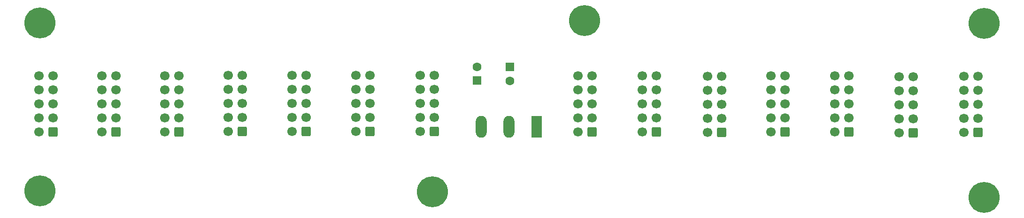
<source format=gbr>
%TF.GenerationSoftware,KiCad,Pcbnew,6.0.11+dfsg-1~bpo11+1*%
%TF.CreationDate,2023-04-21T11:36:43+08:00*%
%TF.ProjectId,EuroPowerBoard,4575726f-506f-4776-9572-426f6172642e,rev?*%
%TF.SameCoordinates,Original*%
%TF.FileFunction,Soldermask,Bot*%
%TF.FilePolarity,Negative*%
%FSLAX46Y46*%
G04 Gerber Fmt 4.6, Leading zero omitted, Abs format (unit mm)*
G04 Created by KiCad (PCBNEW 6.0.11+dfsg-1~bpo11+1) date 2023-04-21 11:36:43*
%MOMM*%
%LPD*%
G01*
G04 APERTURE LIST*
G04 Aperture macros list*
%AMRoundRect*
0 Rectangle with rounded corners*
0 $1 Rounding radius*
0 $2 $3 $4 $5 $6 $7 $8 $9 X,Y pos of 4 corners*
0 Add a 4 corners polygon primitive as box body*
4,1,4,$2,$3,$4,$5,$6,$7,$8,$9,$2,$3,0*
0 Add four circle primitives for the rounded corners*
1,1,$1+$1,$2,$3*
1,1,$1+$1,$4,$5*
1,1,$1+$1,$6,$7*
1,1,$1+$1,$8,$9*
0 Add four rect primitives between the rounded corners*
20,1,$1+$1,$2,$3,$4,$5,0*
20,1,$1+$1,$4,$5,$6,$7,0*
20,1,$1+$1,$6,$7,$8,$9,0*
20,1,$1+$1,$8,$9,$2,$3,0*%
G04 Aperture macros list end*
%ADD10C,3.600000*%
%ADD11C,5.600000*%
%ADD12C,1.700000*%
%ADD13RoundRect,0.250000X0.600000X0.600000X-0.600000X0.600000X-0.600000X-0.600000X0.600000X-0.600000X0*%
%ADD14O,1.980000X3.960000*%
%ADD15R,1.980000X3.960000*%
%ADD16R,1.600000X1.600000*%
%ADD17C,1.600000*%
G04 APERTURE END LIST*
D10*
%TO.C,H5*%
X112500000Y-81000000D03*
D11*
X112500000Y-81000000D03*
%TD*%
D12*
%TO.C,J7*%
X162112500Y-60120000D03*
X164652500Y-60120000D03*
X162112500Y-62660000D03*
X164652500Y-62660000D03*
X162112500Y-65200000D03*
X164652500Y-65200000D03*
X162112500Y-67740000D03*
X164652500Y-67740000D03*
X162112500Y-70280000D03*
D13*
X164652500Y-70280000D03*
%TD*%
D12*
%TO.C,J6*%
X173612500Y-60020000D03*
X176152500Y-60020000D03*
X173612500Y-62560000D03*
X176152500Y-62560000D03*
X173612500Y-65100000D03*
X176152500Y-65100000D03*
X173612500Y-67640000D03*
X176152500Y-67640000D03*
X173612500Y-70180000D03*
D13*
X176152500Y-70180000D03*
%TD*%
%TO.C,J4*%
X141352500Y-70180000D03*
D12*
X138812500Y-70180000D03*
X141352500Y-67640000D03*
X138812500Y-67640000D03*
X141352500Y-65100000D03*
X138812500Y-65100000D03*
X141352500Y-62560000D03*
X138812500Y-62560000D03*
X141352500Y-60020000D03*
X138812500Y-60020000D03*
%TD*%
%TO.C,J1*%
X110312500Y-59920000D03*
X112852500Y-59920000D03*
X110312500Y-62460000D03*
X112852500Y-62460000D03*
X110312500Y-65000000D03*
X112852500Y-65000000D03*
X110312500Y-67540000D03*
X112852500Y-67540000D03*
X110312500Y-70080000D03*
D13*
X112852500Y-70080000D03*
%TD*%
%TO.C,J9*%
X199205000Y-70360000D03*
D12*
X196665000Y-70360000D03*
X199205000Y-67820000D03*
X196665000Y-67820000D03*
X199205000Y-65280000D03*
X196665000Y-65280000D03*
X199205000Y-62740000D03*
X196665000Y-62740000D03*
X199205000Y-60200000D03*
X196665000Y-60200000D03*
%TD*%
%TO.C,J8*%
X52912500Y-60020000D03*
X55452500Y-60020000D03*
X52912500Y-62560000D03*
X55452500Y-62560000D03*
X52912500Y-65100000D03*
X55452500Y-65100000D03*
X52912500Y-67640000D03*
X55452500Y-67640000D03*
X52912500Y-70180000D03*
D13*
X55452500Y-70180000D03*
%TD*%
D12*
%TO.C,J5*%
X98712500Y-59920000D03*
X101252500Y-59920000D03*
X98712500Y-62460000D03*
X101252500Y-62460000D03*
X98712500Y-65000000D03*
X101252500Y-65000000D03*
X98712500Y-67540000D03*
X101252500Y-67540000D03*
X98712500Y-70080000D03*
D13*
X101252500Y-70080000D03*
%TD*%
D14*
%TO.C,J3*%
X121300000Y-69190000D03*
X126300000Y-69190000D03*
D15*
X131300000Y-69190000D03*
%TD*%
D13*
%TO.C,J2*%
X187652500Y-70180000D03*
D12*
X185112500Y-70180000D03*
X187652500Y-67640000D03*
X185112500Y-67640000D03*
X187652500Y-65100000D03*
X185112500Y-65100000D03*
X187652500Y-62560000D03*
X185112500Y-62560000D03*
X187652500Y-60020000D03*
X185112500Y-60020000D03*
%TD*%
D11*
%TO.C,H6*%
X140000000Y-50000000D03*
D10*
X140000000Y-50000000D03*
%TD*%
%TO.C,H4*%
X212000000Y-50500000D03*
D11*
X212000000Y-50500000D03*
%TD*%
D10*
%TO.C,H3*%
X212000000Y-82000000D03*
D11*
X212000000Y-82000000D03*
%TD*%
D10*
%TO.C,H2*%
X41750000Y-80800000D03*
D11*
X41750000Y-80800000D03*
%TD*%
D10*
%TO.C,H1*%
X41750000Y-50450000D03*
D11*
X41750000Y-50450000D03*
%TD*%
D12*
%TO.C,J15*%
X87212500Y-59920000D03*
X89752500Y-59920000D03*
X87212500Y-62460000D03*
X89752500Y-62460000D03*
X87212500Y-65000000D03*
X89752500Y-65000000D03*
X87212500Y-67540000D03*
X89752500Y-67540000D03*
X87212500Y-70080000D03*
D13*
X89752500Y-70080000D03*
%TD*%
D12*
%TO.C,J14*%
X41612500Y-60020000D03*
X44152500Y-60020000D03*
X41612500Y-62560000D03*
X44152500Y-62560000D03*
X41612500Y-65100000D03*
X44152500Y-65100000D03*
X41612500Y-67640000D03*
X44152500Y-67640000D03*
X41612500Y-70180000D03*
D13*
X44152500Y-70180000D03*
%TD*%
D12*
%TO.C,J13*%
X75712500Y-59920000D03*
X78252500Y-59920000D03*
X75712500Y-62460000D03*
X78252500Y-62460000D03*
X75712500Y-65000000D03*
X78252500Y-65000000D03*
X75712500Y-67540000D03*
X78252500Y-67540000D03*
X75712500Y-70080000D03*
D13*
X78252500Y-70080000D03*
%TD*%
%TO.C,J12*%
X152952500Y-70180000D03*
D12*
X150412500Y-70180000D03*
X152952500Y-67640000D03*
X150412500Y-67640000D03*
X152952500Y-65100000D03*
X150412500Y-65100000D03*
X152952500Y-62560000D03*
X150412500Y-62560000D03*
X152952500Y-60020000D03*
X150412500Y-60020000D03*
%TD*%
%TO.C,J11*%
X64312500Y-60020000D03*
X66852500Y-60020000D03*
X64312500Y-62560000D03*
X66852500Y-62560000D03*
X64312500Y-65100000D03*
X66852500Y-65100000D03*
X64312500Y-67640000D03*
X66852500Y-67640000D03*
X64312500Y-70180000D03*
D13*
X66852500Y-70180000D03*
%TD*%
%TO.C,J10*%
X210905000Y-70260000D03*
D12*
X208365000Y-70260000D03*
X210905000Y-67720000D03*
X208365000Y-67720000D03*
X210905000Y-65180000D03*
X208365000Y-65180000D03*
X210905000Y-62640000D03*
X208365000Y-62640000D03*
X210905000Y-60100000D03*
X208365000Y-60100000D03*
%TD*%
D16*
%TO.C,C2*%
X126505000Y-58394888D03*
D17*
X126505000Y-60894888D03*
%TD*%
%TO.C,C1*%
X120605000Y-58370452D03*
D16*
X120605000Y-60870452D03*
%TD*%
M02*

</source>
